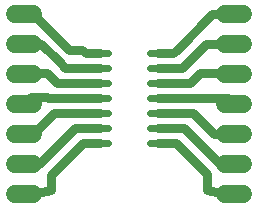
<source format=gbr>
G04 EAGLE Gerber RS-274X export*
G75*
%MOMM*%
%FSLAX34Y34*%
%LPD*%
%INTop Copper*%
%IPPOS*%
%AMOC8*
5,1,8,0,0,1.08239X$1,22.5*%
G01*
G04 Define Apertures*
%ADD10C,0.600000*%
%ADD11C,1.524000*%
%ADD12C,0.152400*%
%ADD13C,0.800000*%
D10*
X108200Y137000D02*
X122200Y137000D01*
X122200Y124300D02*
X108200Y124300D01*
X108200Y111600D02*
X122200Y111600D01*
X122200Y98900D02*
X108200Y98900D01*
X108200Y86200D02*
X122200Y86200D01*
X122200Y73500D02*
X108200Y73500D01*
X108200Y60800D02*
X122200Y60800D01*
X157200Y60800D02*
X171200Y60800D01*
X171200Y73500D02*
X157200Y73500D01*
X157200Y86200D02*
X171200Y86200D01*
X171200Y98900D02*
X157200Y98900D01*
X157200Y111600D02*
X171200Y111600D01*
X171200Y124300D02*
X157200Y124300D01*
X157200Y137000D02*
X171200Y137000D01*
D11*
X58420Y170180D02*
X43180Y170180D01*
X43180Y144780D02*
X58420Y144780D01*
X58420Y119380D02*
X43180Y119380D01*
X43180Y93980D02*
X58420Y93980D01*
X58420Y68580D02*
X43180Y68580D01*
X43180Y43180D02*
X58420Y43180D01*
X58420Y17780D02*
X43180Y17780D01*
X220980Y17780D02*
X236220Y17780D01*
X236220Y43180D02*
X220980Y43180D01*
X220980Y68580D02*
X236220Y68580D01*
X236220Y93980D02*
X220980Y93980D01*
X220980Y119380D02*
X236220Y119380D01*
X236220Y144780D02*
X220980Y144780D01*
X220980Y170180D02*
X236220Y170180D01*
D12*
X58420Y170180D02*
X50800Y170180D01*
D13*
X103000Y137000D02*
X115200Y137000D01*
X103000Y137000D02*
X100000Y140000D01*
X58420Y170180D02*
X50800Y170180D01*
X58420Y170180D02*
X88600Y140000D01*
X100000Y140000D01*
X85700Y124300D02*
X115200Y124300D01*
X85700Y124300D02*
X80000Y130000D01*
X65220Y144780D01*
X50800Y144780D01*
X78400Y111600D02*
X115200Y111600D01*
X78400Y111600D02*
X70000Y120000D01*
X51420Y120000D01*
X50800Y119380D01*
X71100Y98900D02*
X115200Y98900D01*
X71100Y98900D02*
X70000Y100000D01*
X56820Y100000D01*
X50800Y93980D01*
X76200Y86200D02*
X115200Y86200D01*
X76200Y86200D02*
X58580Y68580D01*
X50800Y68580D01*
X93500Y73500D02*
X115200Y73500D01*
X93500Y73500D02*
X63180Y43180D01*
X50800Y43180D01*
X100800Y60800D02*
X115200Y60800D01*
X100800Y60800D02*
X100000Y60000D01*
X58420Y17780D02*
X50800Y17780D01*
X58420Y17780D02*
X73886Y21590D01*
X73886Y33886D01*
X100000Y60000D01*
X164200Y60800D02*
X179200Y60800D01*
X180000Y60000D01*
X220980Y17780D02*
X228600Y17780D01*
X220980Y17780D02*
X205570Y21590D01*
X205570Y34430D01*
X180000Y60000D01*
X186500Y73500D02*
X164200Y73500D01*
X186500Y73500D02*
X216820Y43180D01*
X228600Y43180D01*
X193800Y86200D02*
X164200Y86200D01*
X193800Y86200D02*
X211420Y68580D01*
X228600Y68580D01*
X223680Y98900D02*
X164200Y98900D01*
X223680Y98900D02*
X228600Y93980D01*
X191600Y111600D02*
X164200Y111600D01*
X191600Y111600D02*
X200000Y120000D01*
X227980Y120000D01*
X228600Y119380D01*
X184300Y124300D02*
X164200Y124300D01*
X184300Y124300D02*
X204780Y144780D01*
X228600Y144780D01*
D12*
X228600Y170180D02*
X220980Y170180D01*
D13*
X177000Y137000D02*
X164200Y137000D01*
X177000Y137000D02*
X180000Y140000D01*
X220980Y170180D02*
X228600Y170180D01*
X220980Y170180D02*
X210180Y170180D01*
X180000Y140000D01*
M02*

</source>
